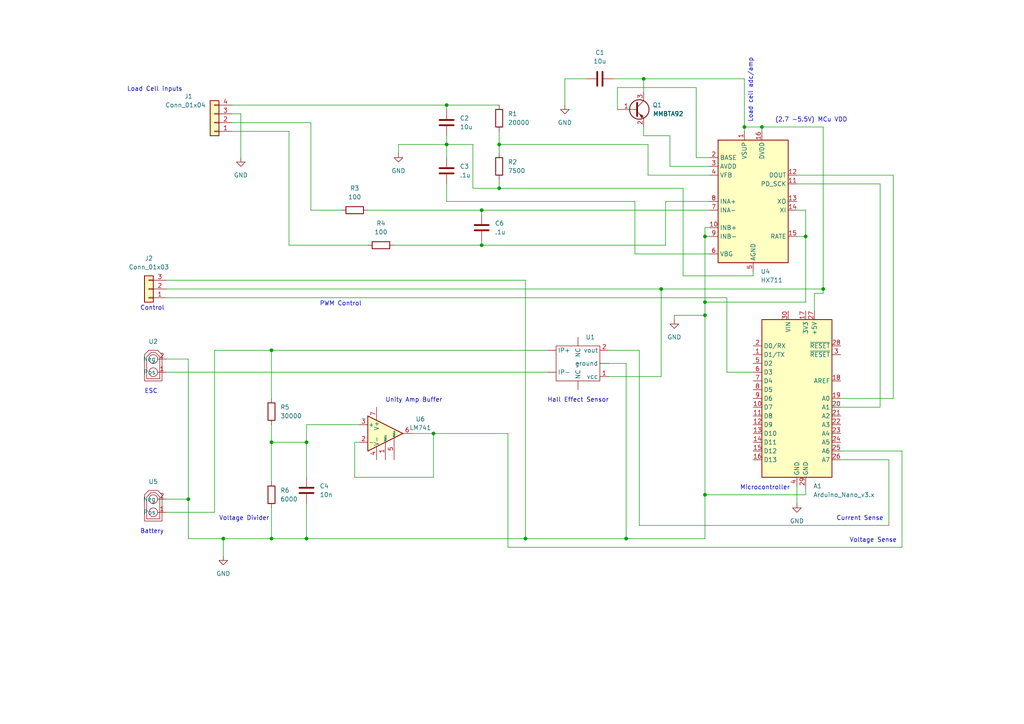
<source format=kicad_sch>
(kicad_sch (version 20230121) (generator eeschema)
  (paper "A4")
  (title_block (title "Test Stand Schematic ") (date "2023-10-10") (rev "v1.3") (company "DBF") (comment 2 "creativecommons.org/licenses/by/4.0/") (comment 3 "License CC BY 4.0") (comment 4 "Rizwan Mohammed "))
  (lib_symbols
    (symbol "Amplifier_Operational:LM741" (pin_names (offset 0.127))
      (property "Reference" "U" (at 0 6.35 0))
      (property "Value" "LM741" (at 0 3.81 0))
      (symbol "LM741_0_1"
        (polyline (pts (xy -5.08 5.08) (xy 5.08 0) (xy -5.08 -5.08) (xy -5.08 5.08)) (stroke (width 0.254)) (fill (type background)))
      )
      (symbol "LM741_1_1"
        (pin input line (at 0 -7.62 90) (length 5.08) (name "NULL") (number "1"))
        (pin input line (at -7.62 -2.54 0) (length 2.54) (name "-") (number "2"))
        (pin input line (at -7.62 2.54 0) (length 2.54) (name "+") (number "3"))
        (pin power_in line (at -2.54 -7.62 90) (length 3.81) (name "V-") (number "4"))
        (pin input line (at 2.54 -7.62 90) (length 6.35) (name "NULL") (number "5"))
        (pin output line (at 7.62 0 180) (length 2.54) (name "~") (number "6"))
        (pin power_in line (at -2.54 7.62 270) (length 3.81) (name "V+") (number "7"))
        (pin no_connect line (at 0 2.54 270) (length 2.54) hide (name "NC") (number "8"))
      )
    )
    (symbol "Analog_ADC:HX711"
      (property "Reference" "U" (at 5.08 21.59 0))
      (property "Value" "HX711" (at 7.62 19.05 0))
      (symbol "HX711_0_1"
        (rectangle (start -10.16 17.78) (end 10.16 -17.78) (stroke (width 0.254)) (fill (type background)))
      )
      (symbol "HX711_1_1"
        (pin power_in line (at -2.54 20.32 270) (length 2.54) (name "VSUP") (number "1"))
        (pin input line (at -12.7 -7.62 0) (length 2.54) (name "INB+") (number "10"))
        (pin input line (at 12.7 5.08 180) (length 2.54) (name "PD_SCK") (number "11"))
        (pin output line (at 12.7 7.62 180) (length 2.54) (name "DOUT") (number "12"))
        (pin passive line (at 12.7 0 180) (length 2.54) (name "XO") (number "13"))
        (pin passive line (at 12.7 -2.54 180) (length 2.54) (name "XI") (number "14"))
        (pin input line (at 12.7 -10.16 180) (length 2.54) (name "RATE") (number "15"))
        (pin power_in line (at 2.54 20.32 270) (length 2.54) (name "DVDD") (number "16"))
        (pin passive line (at -12.7 12.7 0) (length 2.54) (name "BASE") (number "2"))
        (pin power_in line (at -12.7 10.16 0) (length 2.54) (name "AVDD") (number "3"))
        (pin input line (at -12.7 7.62 0) (length 2.54) (name "VFB") (number "4"))
        (pin power_in line (at 0 -20.32 90) (length 2.54) (name "AGND") (number "5"))
        (pin passive line (at -12.7 -15.24 0) (length 2.54) (name "VBG") (number "6"))
        (pin input line (at -12.7 -2.54 0) (length 2.54) (name "INA-") (number "7"))
        (pin input line (at -12.7 0 0) (length 2.54) (name "INA+") (number "8"))
        (pin input line (at -12.7 -10.16 0) (length 2.54) (name "INB-") (number "9"))
      )
    )
    (symbol "Connector_Generic:Conn_01x03" (pin_names (offset 1.016) hide)
      (property "Reference" "J" (at 0 5.08 0))
      (property "Value" "Conn_01x03" (at 0 -5.08 0))
      (symbol "Conn_01x03_1_1"
        (rectangle (start -1.27 -2.413) (end 0 -2.667) (stroke (width 0.1524)))
        (rectangle (start -1.27 0.127) (end 0 -0.127) (stroke (width 0.1524)))
        (rectangle (start -1.27 2.667) (end 0 2.413) (stroke (width 0.1524)))
        (rectangle (start -1.27 3.81) (end 1.27 -3.81) (stroke (width 0.254)) (fill (type background)))
        (pin passive line (at -5.08 2.54 0) (length 3.81) (name "Pin_1") (number "1"))
        (pin passive line (at -5.08 0 0) (length 3.81) (name "Pin_2") (number "2"))
        (pin passive line (at -5.08 -2.54 0) (length 3.81) (name "Pin_3") (number "3"))
      )
    )
    (symbol "Connector_Generic:Conn_01x04" (pin_names (offset 1.016) hide)
      (property "Reference" "J" (at 0 5.08 0))
      (property "Value" "Conn_01x04" (at 0 -7.62 0))
      (symbol "Conn_01x04_1_1"
        (rectangle (start -1.27 -4.953) (end 0 -5.207) (stroke (width 0.1524)))
        (rectangle (start -1.27 -2.413) (end 0 -2.667) (stroke (width 0.1524)))
        (rectangle (start -1.27 0.127) (end 0 -0.127) (stroke (width 0.1524)))
        (rectangle (start -1.27 2.667) (end 0 2.413) (stroke (width 0.1524)))
        (rectangle (start -1.27 3.81) (end 1.27 -6.35) (stroke (width 0.254)) (fill (type background)))
        (pin passive line (at -5.08 2.54 0) (length 3.81) (name "Pin_1") (number "1"))
        (pin passive line (at -5.08 0 0) (length 3.81) (name "Pin_2") (number "2"))
        (pin passive line (at -5.08 -2.54 0) (length 3.81) (name "Pin_3") (number "3"))
        (pin passive line (at -5.08 -5.08 0) (length 3.81) (name "Pin_4") (number "4"))
      )
    )
    (symbol "Device:C" (pin_numbers hide) (pin_names (offset 0.254))
      (property "Reference" "C" (at 0.635 2.54 0))
      (property "Value" "C" (at 0.635 -2.54 0))
      (symbol "C_0_1"
        (polyline (pts (xy -2.032 -0.762) (xy 2.032 -0.762)) (stroke (width 0.508)))
        (polyline (pts (xy -2.032 0.762) (xy 2.032 0.762)) (stroke (width 0.508)))
      )
      (symbol "C_1_1"
        (pin passive line (at 0 3.81 270) (length 2.794) (name "~") (number "1"))
        (pin passive line (at 0 -3.81 90) (length 2.794) (name "~") (number "2"))
      )
    )
    (symbol "Device:R" (pin_numbers hide) (pin_names (offset 0))
      (property "Reference" "R" (at 2.032 0 90))
      (property "Value" "R" (at 0 0 90))
      (symbol "R_0_1"
        (rectangle (start -1.016 -2.54) (end 1.016 2.54) (stroke (width 0.254)))
      )
      (symbol "R_1_1"
        (pin passive line (at 0 3.81 270) (length 1.27) (name "~") (number "1"))
        (pin passive line (at 0 -3.81 90) (length 1.27) (name "~") (number "2"))
      )
    )
    (symbol "MCU_Module:Arduino_Nano_v3.x"
      (property "Reference" "A" (at -10.16 23.495 0))
      (property "Value" "Arduino_Nano_v3.x" (at 5.08 -24.13 0))
      (symbol "Arduino_Nano_v3.x_0_1"
        (rectangle (start -10.16 22.86) (end 10.16 -22.86) (stroke (width 0.254)) (fill (type background)))
      )
      (symbol "Arduino_Nano_v3.x_1_1"
        (pin bidirectional line (at -12.7 12.7 0) (length 2.54) (name "D1/TX") (number "1"))
        (pin bidirectional line (at -12.7 -2.54 0) (length 2.54) (name "D7") (number "10"))
        (pin bidirectional line (at -12.7 -5.08 0) (length 2.54) (name "D8") (number "11"))
        (pin bidirectional line (at -12.7 -7.62 0) (length 2.54) (name "D9") (number "12"))
        (pin bidirectional line (at -12.7 -10.16 0) (length 2.54) (name "D10") (number "13"))
        (pin bidirectional line (at -12.7 -12.7 0) (length 2.54) (name "D11") (number "14"))
        (pin bidirectional line (at -12.7 -15.24 0) (length 2.54) (name "D12") (number "15"))
        (pin bidirectional line (at -12.7 -17.78 0) (length 2.54) (name "D13") (number "16"))
        (pin power_out line (at 2.54 25.4 270) (length 2.54) (name "3V3") (number "17"))
        (pin input line (at 12.7 5.08 180) (length 2.54) (name "AREF") (number "18"))
        (pin bidirectional line (at 12.7 0 180) (length 2.54) (name "A0") (number "19"))
        (pin bidirectional line (at -12.7 15.24 0) (length 2.54) (name "D0/RX") (number "2"))
        (pin bidirectional line (at 12.7 -2.54 180) (length 2.54) (name "A1") (number "20"))
        (pin bidirectional line (at 12.7 -5.08 180) (length 2.54) (name "A2") (number "21"))
        (pin bidirectional line (at 12.7 -7.62 180) (length 2.54) (name "A3") (number "22"))
        (pin bidirectional line (at 12.7 -10.16 180) (length 2.54) (name "A4") (number "23"))
        (pin bidirectional line (at 12.7 -12.7 180) (length 2.54) (name "A5") (number "24"))
        (pin bidirectional line (at 12.7 -15.24 180) (length 2.54) (name "A6") (number "25"))
        (pin bidirectional line (at 12.7 -17.78 180) (length 2.54) (name "A7") (number "26"))
        (pin power_out line (at 5.08 25.4 270) (length 2.54) (name "+5V") (number "27"))
        (pin input line (at 12.7 15.24 180) (length 2.54) (name "~{RESET}") (number "28"))
        (pin power_in line (at 2.54 -25.4 90) (length 2.54) (name "GND") (number "29"))
        (pin input line (at 12.7 12.7 180) (length 2.54) (name "~{RESET}") (number "3"))
        (pin power_in line (at -2.54 25.4 270) (length 2.54) (name "VIN") (number "30"))
        (pin power_in line (at 0 -25.4 90) (length 2.54) (name "GND") (number "4"))
        (pin bidirectional line (at -12.7 10.16 0) (length 2.54) (name "D2") (number "5"))
        (pin bidirectional line (at -12.7 7.62 0) (length 2.54) (name "D3") (number "6"))
        (pin bidirectional line (at -12.7 5.08 0) (length 2.54) (name "D4") (number "7"))
        (pin bidirectional line (at -12.7 2.54 0) (length 2.54) (name "D5") (number "8"))
        (pin bidirectional line (at -12.7 0 0) (length 2.54) (name "D6") (number "9"))
      )
    )
    (symbol "PCB_start:ACS781xLR"
      (property "Reference" "U" (at 0 0 0))
      (symbol "ACS781xLR_0_1"
        (rectangle (start -6.35 5.08) (end 6.35 -5.08))
      )
      (symbol "ACS781xLR_1_1"
        (pin input line (at -8.89 3.81 0) (length 2.54) (name "IP+") (number ""))
        (pin input line (at -8.89 -2.54 0) (length 2.54) (name "IP-") (number ""))
        (pin passive line (at 0 -7.62 90) (length 2.54) (name "NC") (number ""))
        (pin passive line (at 0 7.62 270) (length 2.54) (name "NC") (number ""))
        (pin passive line (at 8.89 0 180) (length 2.54) (name "ground") (number ""))
        (pin power_in line (at 8.89 -3.81 180) (length 2.54) (name "vcc") (number "1"))
        (pin power_out line (at 8.89 3.81 180) (length 2.54) (name "vout") (number "2"))
      )
    )
    (symbol "PCB_start:XT90F"
      (property "Reference" "U" (at 0 0 0))
      (symbol "XT90F_0_1"
        (circle (center 0 -2.54) (radius 1.27))
        (polyline (pts (xy -1.905 -4.445) (xy -1.905 1.905) (xy -0.635 3.175) (xy 0.635 3.175) (xy 1.905 1.905) (xy 1.905 -4.445) (xy -1.905 -4.445)))
        (polyline (pts (xy -2.54 0) (xy -2.54 2.54) (xy -1.27 3.81) (xy 1.27 3.81) (xy 2.54 2.54) (xy 2.54 0) (xy 2.54 -5.08) (xy -2.54 -5.08) (xy -2.54 0) (xy -2.54 -1.27)))
        (circle (center 0 1.27) (radius 1.27))
      )
      (symbol "XT90F_1_1"
        (pin power_out line (at 3.81 -2.54 180) (length 2.54) (name "Pos") (number "1"))
        (pin power_out line (at 3.81 1.27 180) (length 2.54) (name "Neg") (number "2"))
      )
    )
    (symbol "Transistor_BJT:MMBTA92" (pin_names (offset 0) hide)
      (property "Reference" "Q" (at 5.08 1.905 0))
      (property "Value" "MMBTA92" (at 5.08 0 0))
      (symbol "MMBTA92_0_1"
        (polyline (pts (xy 0 0) (xy 0.635 0)))
        (polyline (pts (xy 2.54 -2.54) (xy 0.635 -0.635)))
        (polyline (pts (xy 2.54 2.54) (xy 0.635 0.635)))
        (polyline (pts (xy 0.635 1.905) (xy 0.635 -1.905) (xy 0.635 -1.905)) (stroke (width 0.508)) (fill (type outline)))
        (polyline (pts (xy 1.905 -2.413) (xy 2.413 -1.905) (xy 1.397 -1.397) (xy 1.905 -2.413) (xy 1.905 -2.413)) (fill (type outline)))
        (circle (center 1.27 0) (radius 2.8194) (stroke (width 0.254)))
      )
      (symbol "MMBTA92_1_1"
        (pin input line (at -5.08 0 0) (length 5.08) (name "B") (number "1"))
        (pin passive line (at 2.54 -5.08 90) (length 2.54) (name "E") (number "2"))
        (pin passive line (at 2.54 5.08 270) (length 2.54) (name "C") (number "3"))
      )
    )
    (symbol "power:GND" (power) (pin_names (offset 0))
      (property "Value" "GND" (at 0 -3.81 0))
      (symbol "GND_0_1"
        (polyline (pts (xy 0 0) (xy 0 -1.27) (xy 1.27 -1.27) (xy 0 -2.54) (xy -1.27 -1.27) (xy 0 -1.27)))
      )
      (symbol "GND_1_1"
        (pin power_in line (at 0 0 270) (length 0) hide (name "GND") (number "1"))
      )
    )
  )
  (junction (at 204.47 91.44))
  (junction (at 78.74 156.21))
  (junction (at 64.77 156.21))
  (junction (at 233.68 68.58))
  (junction (at 152.4 156.21))
  (junction (at 238.76 83.82))
  (junction (at 139.7 71.12))
  (junction (at 191.77 83.82))
  (junction (at 144.78 41.91))
  (junction (at 204.47 87.63))
  (junction (at 88.9 156.21))
  (junction (at 204.47 68.58))
  (junction (at 88.9 128.27))
  (junction (at 215.9 36.83))
  (junction (at 54.61 144.78))
  (junction (at 129.54 41.91))
  (junction (at 129.54 30.48))
  (junction (at 78.74 128.27))
  (junction (at 139.7 60.96))
  (junction (at 186.69 22.86))
  (junction (at 78.74 101.6))
  (junction (at 220.98 36.83))
  (junction (at 125.73 125.73))
  (junction (at 204.47 143.51))
  (junction (at 144.78 54.61))
  (junction (at 181.61 156.21))
  (wire (pts (xy 170.18 22.86) (xy 163.83 22.86)))
  (wire (pts (xy 195.58 91.44) (xy 195.58 92.71)))
  (wire (pts (xy 114.3 71.12) (xy 139.7 71.12)))
  (wire (pts (xy 147.32 158.75) (xy 147.32 125.73)))
  (wire (pts (xy 204.47 66.04) (xy 205.74 66.04)))
  (wire (pts (xy 215.9 38.1) (xy 215.9 36.83)))
  (wire (pts (xy 205.74 48.26) (xy 194.31 48.26)))
  (wire (pts (xy 144.78 41.91) (xy 187.96 41.91)))
  (wire (pts (xy 233.68 68.58) (xy 231.14 68.58)))
  (wire (pts (xy 69.85 33.02) (xy 69.85 45.72)))
  (wire (pts (xy 78.74 101.6) (xy 78.74 115.57)))
  (wire (pts (xy 220.98 36.83) (xy 220.98 38.1)))
  (wire (pts (xy 204.47 156.21) (xy 204.47 143.51)))
  (wire (pts (xy 218.44 107.95) (xy 210.82 107.95)))
  (wire (pts (xy 204.47 91.44) (xy 204.47 143.51)))
  (wire (pts (xy 67.31 35.56) (xy 90.17 35.56)))
  (wire (pts (xy 179.07 31.75) (xy 179.07 25.4)))
  (wire (pts (xy 78.74 128.27) (xy 78.74 139.7)))
  (wire (pts (xy 194.31 39.37) (xy 186.69 39.37)))
  (wire (pts (xy 88.9 128.27) (xy 78.74 128.27)))
  (wire (pts (xy 115.57 41.91) (xy 129.54 41.91)))
  (wire (pts (xy 125.73 138.43) (xy 125.73 125.73)))
  (wire (pts (xy 193.04 71.12) (xy 193.04 58.42)))
  (wire (pts (xy 129.54 30.48) (xy 144.78 30.48)))
  (wire (pts (xy 48.26 83.82) (xy 191.77 83.82)))
  (wire (pts (xy 67.31 30.48) (xy 129.54 30.48)))
  (wire (pts (xy 137.16 41.91) (xy 137.16 54.61)))
  (wire (pts (xy 193.04 58.42) (xy 205.74 58.42)))
  (wire (pts (xy 233.68 60.96) (xy 233.68 68.58)))
  (wire (pts (xy 139.7 71.12) (xy 193.04 71.12)))
  (wire (pts (xy 67.31 33.02) (xy 69.85 33.02)))
  (wire (pts (xy 184.15 58.42) (xy 129.54 58.42)))
  (wire (pts (xy 204.47 143.51) (xy 233.68 143.51)))
  (wire (pts (xy 62.23 101.6) (xy 78.74 101.6)))
  (wire (pts (xy 201.93 25.4) (xy 201.93 45.72)))
  (wire (pts (xy 83.82 38.1) (xy 83.82 71.12)))
  (wire (pts (xy 181.61 156.21) (xy 204.47 156.21)))
  (wire (pts (xy 215.9 36.83) (xy 215.9 22.86)))
  (wire (pts (xy 78.74 123.19) (xy 78.74 128.27)))
  (wire (pts (xy 204.47 68.58) (xy 204.47 87.63)))
  (wire (pts (xy 187.96 41.91) (xy 187.96 50.8)))
  (wire (pts (xy 129.54 53.34) (xy 129.54 58.42)))
  (wire (pts (xy 238.76 36.83) (xy 238.76 83.82)))
  (wire (pts (xy 198.12 54.61) (xy 198.12 80.01)))
  (wire (pts (xy 64.77 156.21) (xy 78.74 156.21)))
  (wire (pts (xy 257.81 133.35) (xy 257.81 152.4)))
  (wire (pts (xy 48.26 81.28) (xy 152.4 81.28)))
  (wire (pts (xy 191.77 83.82) (xy 191.77 109.22)))
  (wire (pts (xy 90.17 35.56) (xy 90.17 60.96)))
  (wire (pts (xy 204.47 91.44) (xy 195.58 91.44)))
  (wire (pts (xy 139.7 62.23) (xy 139.7 60.96)))
  (wire (pts (xy 88.9 128.27) (xy 88.9 138.43)))
  (wire (pts (xy 48.26 104.14) (xy 54.61 104.14)))
  (wire (pts (xy 54.61 156.21) (xy 64.77 156.21)))
  (wire (pts (xy 104.14 128.27) (xy 102.87 128.27)))
  (wire (pts (xy 191.77 83.82) (xy 238.76 83.82)))
  (wire (pts (xy 129.54 41.91) (xy 137.16 41.91)))
  (wire (pts (xy 231.14 140.97) (xy 231.14 146.05)))
  (wire (pts (xy 129.54 41.91) (xy 129.54 45.72)))
  (wire (pts (xy 144.78 41.91) (xy 144.78 44.45)))
  (wire (pts (xy 54.61 104.14) (xy 54.61 144.78)))
  (wire (pts (xy 186.69 39.37) (xy 186.69 36.83)))
  (wire (pts (xy 238.76 83.82) (xy 238.76 85.09)))
  (wire (pts (xy 177.8 22.86) (xy 186.69 22.86)))
  (wire (pts (xy 204.47 66.04) (xy 204.47 68.58)))
  (wire (pts (xy 261.62 130.81) (xy 261.62 158.75)))
  (wire (pts (xy 152.4 156.21) (xy 181.61 156.21)))
  (wire (pts (xy 187.96 50.8) (xy 205.74 50.8)))
  (wire (pts (xy 64.77 156.21) (xy 64.77 161.29)))
  (wire (pts (xy 231.14 50.8) (xy 259.08 50.8)))
  (wire (pts (xy 48.26 86.36) (xy 210.82 86.36)))
  (wire (pts (xy 201.93 45.72) (xy 205.74 45.72)))
  (wire (pts (xy 48.26 148.59) (xy 62.23 148.59)))
  (wire (pts (xy 88.9 146.05) (xy 88.9 156.21)))
  (wire (pts (xy 106.68 60.96) (xy 139.7 60.96)))
  (wire (pts (xy 88.9 123.19) (xy 88.9 128.27)))
  (wire (pts (xy 125.73 125.73) (xy 119.38 125.73)))
  (wire (pts (xy 88.9 156.21) (xy 152.4 156.21)))
  (wire (pts (xy 204.47 68.58) (xy 205.74 68.58)))
  (wire (pts (xy 163.83 22.86) (xy 163.83 30.48)))
  (wire (pts (xy 185.42 152.4) (xy 185.42 101.6)))
  (wire (pts (xy 48.26 144.78) (xy 54.61 144.78)))
  (wire (pts (xy 243.84 130.81) (xy 261.62 130.81)))
  (wire (pts (xy 78.74 156.21) (xy 88.9 156.21)))
  (wire (pts (xy 62.23 148.59) (xy 62.23 101.6)))
  (wire (pts (xy 259.08 50.8) (xy 259.08 115.57)))
  (wire (pts (xy 233.68 68.58) (xy 233.68 87.63)))
  (wire (pts (xy 102.87 128.27) (xy 102.87 138.43)))
  (wire (pts (xy 255.27 118.11) (xy 255.27 53.34)))
  (wire (pts (xy 218.44 80.01) (xy 218.44 78.74)))
  (wire (pts (xy 129.54 39.37) (xy 129.54 41.91)))
  (wire (pts (xy 205.74 73.66) (xy 184.15 73.66)))
  (wire (pts (xy 198.12 80.01) (xy 218.44 80.01)))
  (wire (pts (xy 144.78 38.1) (xy 144.78 41.91)))
  (wire (pts (xy 220.98 36.83) (xy 238.76 36.83)))
  (wire (pts (xy 83.82 71.12) (xy 106.68 71.12)))
  (wire (pts (xy 152.4 81.28) (xy 152.4 156.21)))
  (wire (pts (xy 67.31 38.1) (xy 83.82 38.1)))
  (wire (pts (xy 243.84 133.35) (xy 257.81 133.35)))
  (wire (pts (xy 139.7 69.85) (xy 139.7 71.12)))
  (wire (pts (xy 147.32 125.73) (xy 125.73 125.73)))
  (wire (pts (xy 215.9 36.83) (xy 220.98 36.83)))
  (wire (pts (xy 176.53 109.22) (xy 191.77 109.22)))
  (wire (pts (xy 144.78 54.61) (xy 198.12 54.61)))
  (wire (pts (xy 204.47 87.63) (xy 233.68 87.63)))
  (wire (pts (xy 233.68 143.51) (xy 233.68 140.97)))
  (wire (pts (xy 54.61 144.78) (xy 54.61 156.21)))
  (wire (pts (xy 102.87 138.43) (xy 125.73 138.43)))
  (wire (pts (xy 259.08 115.57) (xy 243.84 115.57)))
  (wire (pts (xy 231.14 60.96) (xy 233.68 60.96)))
  (wire (pts (xy 144.78 54.61) (xy 144.78 52.07)))
  (wire (pts (xy 88.9 123.19) (xy 104.14 123.19)))
  (wire (pts (xy 236.22 85.09) (xy 236.22 90.17)))
  (wire (pts (xy 115.57 41.91) (xy 115.57 44.45)))
  (wire (pts (xy 255.27 53.34) (xy 231.14 53.34)))
  (wire (pts (xy 181.61 105.41) (xy 181.61 156.21)))
  (wire (pts (xy 257.81 152.4) (xy 185.42 152.4)))
  (wire (pts (xy 48.26 107.95) (xy 158.75 107.95)))
  (wire (pts (xy 90.17 60.96) (xy 99.06 60.96)))
  (wire (pts (xy 137.16 54.61) (xy 144.78 54.61)))
  (wire (pts (xy 186.69 22.86) (xy 215.9 22.86)))
  (wire (pts (xy 243.84 118.11) (xy 255.27 118.11)))
  (wire (pts (xy 186.69 22.86) (xy 186.69 26.67)))
  (wire (pts (xy 139.7 60.96) (xy 205.74 60.96)))
  (wire (pts (xy 194.31 48.26) (xy 194.31 39.37)))
  (wire (pts (xy 129.54 31.75) (xy 129.54 30.48)))
  (wire (pts (xy 179.07 25.4) (xy 201.93 25.4)))
  (wire (pts (xy 238.76 85.09) (xy 236.22 85.09)))
  (wire (pts (xy 184.15 73.66) (xy 184.15 58.42)))
  (wire (pts (xy 261.62 158.75) (xy 147.32 158.75)))
  (wire (pts (xy 176.53 105.41) (xy 181.61 105.41)))
  (wire (pts (xy 78.74 101.6) (xy 158.75 101.6)))
  (wire (pts (xy 185.42 101.6) (xy 176.53 101.6)))
  (wire (pts (xy 204.47 87.63) (xy 204.47 91.44)))
  (wire (pts (xy 210.82 107.95) (xy 210.82 86.36)))
  (wire (pts (xy 78.74 147.32) (xy 78.74 156.21)))
  (text "Current Sense" (at 242.57 151.13 0) (effects (font (size 1.27 1.27)) (justify left bottom)))
  (text "Battery" (at 40.64 154.94 0) (effects (font (size 1.27 1.27)) (justify left bottom)))
  (text "Control\n" (at 40.64 90.17 0) (effects (font (size 1.27 1.27)) (justify left bottom)))
  (text "Voltage Divider\n" (at 63.5 151.13 0) (effects (font (size 1.27 1.27)) (justify left bottom)))
  (text "Hall Effect Sensor\n" (at 158.75 116.84 0) (effects (font (size 1.27 1.27)) (justify left bottom)))
  (text "ESC\n" (at 41.91 114.3 0) (effects (font (size 1.27 1.27)) (justify left bottom)))
  (text "Voltage Sense\n" (at 246.38 157.48 0) (effects (font (size 1.27 1.27)) (justify left bottom)))
  (text "Microcontroller" (at 214.63 142.24 0) (effects (font (size 1.27 1.27)) (justify left bottom)))
  (text "Unity Amp Buffer\n" (at 111.76 116.84 0) (effects (font (size 1.27 1.27)) (justify left bottom)))
  (text "PWM Control\n" (at 92.71 88.9 0) (effects (font (size 1.27 1.27)) (justify left bottom)))
  (text "Load cell adc/amp\n" (at 218.44 35.56 90) (effects (font (size 1.27 1.27)) (justify left bottom)))
  (text "Load Cell inputs\n" (at 36.83 26.67 0) (effects (font (size 1.27 1.27)) (justify left bottom)))
  (text "(2.7 -5.5V) MCu VDD" (at 224.79 35.56 0) (effects (font (size 1.27 1.27)) (justify left bottom)))
  (symbol (lib_id "Amplifier_Operational:LM741") (at 111.76 125.73 0) (unit 1)
    (property "Reference" "U6" (at 121.92 121.5391 0))
    (property "Value" "LM741" (at 121.92 124.0791 0))
    (property "Datasheet" "http://www.ti.com/lit/ds/symlink/lm741.pdf" (effects hide))
  )
  (symbol (lib_id "power:GND") (at 115.57 44.45 0) (unit 1)
    (property "Reference" "#PWR01" (effects hide))
    (property "Value" "GND" (at 115.57 49.53 0))
  )
  (symbol (lib_id "Device:C") (at 88.9 142.24 0) (unit 1)
    (property "Reference" "C4" (at 92.71 140.97 0) (effects (justify left)))
    (property "Value" "10n" (at 92.71 143.51 0) (effects (justify left)))
  )
  (symbol (lib_id "Transistor_BJT:MMBTA92") (at 184.15 31.75 0) (unit 1)
    (property "Reference" "Q1" (at 189.23 30.48 0) (effects (justify left)))
    (property "Value" "MMBTA92" (at 189.23 33.02 0) (effects (font bold) (justify left)))
    (property "Footprint" "Package_TO_SOT_SMD:SOT-23" (effects hide))
    (property "Datasheet" "https://www.onsemi.com/pub/Collateral/MMBTA92LT1-D.PDF" (effects hide))
  )
  (symbol (lib_id "Device:C") (at 129.54 49.53 0) (unit 1)
    (property "Reference" "C3" (at 133.35 48.26 0) (effects (justify left)))
    (property "Value" ".1u" (at 133.35 50.8 0) (effects (justify left)))
  )
  (symbol (lib_id "PCB_start:ACS781xLR") (at 167.64 105.41 0) (unit 1)
    (property "Reference" "U1" (at 169.8341 97.79 0) (effects (justify left)))
    (property "Value" "~" (at 167.64 105.41 0))
  )
  (symbol (lib_id "Device:C") (at 139.7 66.04 0) (unit 1)
    (property "Reference" "C6" (at 143.51 64.77 0) (effects (justify left)))
    (property "Value" ".1u" (at 143.51 67.31 0) (effects (justify left)))
  )
  (symbol (lib_id "power:GND") (at 195.58 92.71 0) (unit 1)
    (property "Reference" "#PWR05" (effects hide))
    (property "Value" "GND" (at 195.58 97.79 0))
  )
  (symbol (lib_id "Device:R") (at 110.49 71.12 90) (unit 1)
    (property "Reference" "R4" (at 110.49 64.77 90))
    (property "Value" "100" (at 110.49 67.31 90))
  )
  (symbol (lib_id "Device:C") (at 173.99 22.86 90) (unit 1)
    (property "Reference" "C1" (at 173.99 15.24 90))
    (property "Value" "10u" (at 173.99 17.78 90))
  )
  (symbol (lib_id "PCB_start:XT90F") (at 44.45 105.41 0) (unit 1)
    (property "Reference" "U2" (at 44.45 99.06 0))
    (property "Value" "~" (at 44.45 105.41 0))
  )
  (symbol (lib_id "power:GND") (at 163.83 30.48 0) (unit 1)
    (property "Reference" "#PWR03" (effects hide))
    (property "Value" "GND" (at 163.83 35.56 0))
  )
  (symbol (lib_id "Connector_Generic:Conn_01x04") (at 62.23 35.56 180) (unit 1)
    (property "Reference" "J1" (at 55.88 27.94 0) (effects (justify left)))
    (property "Value" "Conn_01x04" (at 59.69 30.48 0) (effects (justify left)))
  )
  (symbol (lib_id "power:GND") (at 231.14 146.05 0) (unit 1)
    (property "Reference" "#PWR04" (effects hide))
    (property "Value" "GND" (at 231.14 151.13 0))
  )
  (symbol (lib_id "Device:R") (at 144.78 34.29 0) (unit 1)
    (property "Reference" "R1" (at 147.32 33.02 0) (effects (justify left)))
    (property "Value" "20000" (at 147.32 35.56 0) (effects (justify left)))
  )
  (symbol (lib_id "power:GND") (at 64.77 161.29 0) (unit 1)
    (property "Reference" "#PWR06" (effects hide))
    (property "Value" "GND" (at 64.77 166.37 0))
  )
  (symbol (lib_id "Device:R") (at 102.87 60.96 90) (unit 1)
    (property "Reference" "R3" (at 102.87 54.61 90))
    (property "Value" "100" (at 102.87 57.15 90))
  )
  (symbol (lib_id "Analog_ADC:HX711") (at 218.44 58.42 0) (unit 1)
    (property "Reference" "U4" (at 220.6341 78.74 0) (effects (justify left)))
    (property "Value" "HX711" (at 220.6341 81.28 0) (effects (justify left)))
    (property "Footprint" "Package_SO:SOP-16_3.9x9.9mm_P1.27mm" (effects hide))
    (property "Datasheet" "https://cdn.sparkfun.com/datasheets/Sensors/ForceFlex/hx711_english.pdf" (effects hide))
  )
  (symbol (lib_id "PCB_start:XT90F") (at 44.45 146.05 0) (unit 1)
    (property "Reference" "U5" (at 44.45 139.7 0))
    (property "Value" "~" (at 44.45 146.05 0))
  )
  (symbol (lib_id "Device:R") (at 144.78 48.26 0) (unit 1)
    (property "Reference" "R2" (at 147.32 46.99 0) (effects (justify left)))
    (property "Value" "7500" (at 147.32 49.53 0) (effects (justify left)))
  )
  (symbol (lib_id "Device:C") (at 129.54 35.56 0) (unit 1)
    (property "Reference" "C2" (at 133.35 34.29 0) (effects (justify left)))
    (property "Value" "10u" (at 133.35 36.83 0) (effects (justify left)))
  )
  (symbol (lib_id "Device:R") (at 78.74 143.51 180) (unit 1)
    (property "Reference" "R6" (at 81.28 142.24 0) (effects (justify right)))
    (property "Value" "6000" (at 81.28 144.78 0) (effects (justify right)))
  )
  (symbol (lib_id "MCU_Module:Arduino_Nano_v3.x") (at 231.14 115.57 0) (unit 1)
    (property "Reference" "A1" (at 235.8741 140.97 0) (effects (justify left)))
    (property "Value" "Arduino_Nano_v3.x" (at 235.8741 143.51 0) (effects (justify left)))
    (property "Footprint" "Module:Arduino_Nano" (effects hide))
    (property "Datasheet" "http://www.mouser.com/pdfdocs/Gravitech_Arduino_Nano3_0.pdf" (effects hide))
  )
  (symbol (lib_id "Connector_Generic:Conn_01x03") (at 43.18 83.82 180) (unit 1)
    (property "Reference" "J2" (at 43.18 74.93 0))
    (property "Value" "Conn_01x03" (at 43.18 77.47 0))
  )
  (symbol (lib_id "Device:R") (at 78.74 119.38 180) (unit 1)
    (property "Reference" "R5" (at 81.28 118.11 0) (effects (justify right)))
    (property "Value" "30000" (at 81.28 120.65 0) (effects (justify right)))
  )
  (symbol (lib_id "power:GND") (at 69.85 45.72 0) (unit 1)
    (property "Reference" "#PWR02" (effects hide))
    (property "Value" "GND" (at 69.85 50.8 0))
  )
)
</source>
